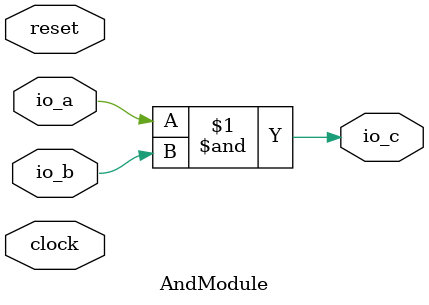
<source format=v>
module AndModule(
  input   clock,
  input   reset,
  input   io_a,
  input   io_b,
  output  io_c
);
  assign io_c = io_a & io_b; // @[ModuleExample.scala 30:16]
endmodule

</source>
